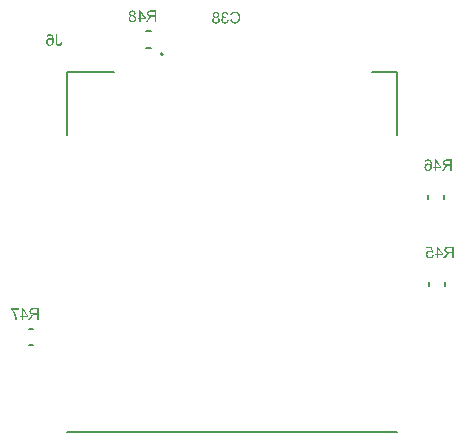
<source format=gbo>
G04*
G04 #@! TF.GenerationSoftware,Altium Limited,Altium Designer,20.0.14 (345)*
G04*
G04 Layer_Color=32896*
%FSLAX25Y25*%
%MOIN*%
G70*
G01*
G75*
%ADD10C,0.00787*%
%ADD16C,0.00800*%
G36*
X92330Y135849D02*
X91820D01*
Y137553D01*
X91165D01*
X91104Y137547D01*
X91059D01*
X91020Y137541D01*
X90993Y137536D01*
X90970D01*
X90959Y137530D01*
X90954D01*
X90865Y137503D01*
X90826Y137486D01*
X90793Y137469D01*
X90759Y137453D01*
X90737Y137442D01*
X90726Y137436D01*
X90721Y137431D01*
X90676Y137397D01*
X90632Y137358D01*
X90549Y137275D01*
X90510Y137236D01*
X90482Y137203D01*
X90465Y137181D01*
X90460Y137175D01*
X90404Y137098D01*
X90343Y137014D01*
X90282Y136925D01*
X90221Y136842D01*
X90171Y136765D01*
X90132Y136703D01*
X90116Y136681D01*
X90105Y136665D01*
X90093Y136653D01*
Y136648D01*
X89588Y135849D01*
X88956D01*
X89616Y136892D01*
X89694Y137003D01*
X89766Y137103D01*
X89838Y137186D01*
X89899Y137264D01*
X89955Y137320D01*
X89999Y137364D01*
X90027Y137392D01*
X90038Y137403D01*
X90082Y137436D01*
X90132Y137475D01*
X90232Y137536D01*
X90277Y137558D01*
X90310Y137580D01*
X90332Y137591D01*
X90343Y137597D01*
X90243Y137614D01*
X90149Y137630D01*
X90066Y137658D01*
X89982Y137680D01*
X89910Y137708D01*
X89844Y137741D01*
X89783Y137769D01*
X89727Y137797D01*
X89683Y137830D01*
X89638Y137858D01*
X89605Y137880D01*
X89577Y137902D01*
X89555Y137919D01*
X89539Y137935D01*
X89533Y137941D01*
X89527Y137947D01*
X89483Y138002D01*
X89439Y138058D01*
X89372Y138174D01*
X89328Y138291D01*
X89294Y138402D01*
X89272Y138496D01*
X89267Y138535D01*
Y138574D01*
X89261Y138602D01*
Y138624D01*
Y138635D01*
Y138640D01*
X89267Y138757D01*
X89283Y138862D01*
X89311Y138962D01*
X89339Y139046D01*
X89372Y139118D01*
X89394Y139173D01*
X89416Y139207D01*
X89422Y139212D01*
Y139218D01*
X89489Y139306D01*
X89555Y139384D01*
X89627Y139451D01*
X89694Y139501D01*
X89755Y139540D01*
X89805Y139562D01*
X89838Y139578D01*
X89844Y139584D01*
X89849D01*
X89899Y139601D01*
X89960Y139617D01*
X90082Y139645D01*
X90216Y139662D01*
X90338Y139678D01*
X90454Y139684D01*
X90504D01*
X90549Y139689D01*
X92330D01*
Y135849D01*
D02*
G37*
G36*
X88817Y137203D02*
Y136770D01*
X87147D01*
Y135849D01*
X86675D01*
Y136770D01*
X86153D01*
Y137203D01*
X86675D01*
Y139689D01*
X87058D01*
X88817Y137203D01*
D02*
G37*
G36*
X84510Y139700D02*
X84599Y139695D01*
X84754Y139662D01*
X84827Y139639D01*
X84893Y139617D01*
X84954Y139589D01*
X85010Y139562D01*
X85054Y139534D01*
X85098Y139506D01*
X85137Y139484D01*
X85165Y139462D01*
X85187Y139445D01*
X85204Y139428D01*
X85215Y139423D01*
X85221Y139417D01*
X85271Y139362D01*
X85321Y139306D01*
X85359Y139245D01*
X85393Y139184D01*
X85448Y139068D01*
X85482Y138957D01*
X85504Y138862D01*
X85509Y138818D01*
X85515Y138785D01*
X85520Y138751D01*
Y138729D01*
Y138718D01*
Y138713D01*
X85515Y138613D01*
X85498Y138518D01*
X85476Y138435D01*
X85448Y138363D01*
X85426Y138307D01*
X85404Y138263D01*
X85387Y138241D01*
X85382Y138230D01*
X85321Y138163D01*
X85254Y138102D01*
X85182Y138047D01*
X85110Y138002D01*
X85043Y137969D01*
X84993Y137947D01*
X84971Y137935D01*
X84954Y137930D01*
X84949Y137924D01*
X84943D01*
X85071Y137886D01*
X85176Y137836D01*
X85271Y137775D01*
X85348Y137719D01*
X85409Y137664D01*
X85454Y137619D01*
X85476Y137591D01*
X85487Y137586D01*
Y137580D01*
X85548Y137480D01*
X85598Y137375D01*
X85631Y137275D01*
X85654Y137175D01*
X85665Y137086D01*
X85670Y137048D01*
Y137014D01*
X85676Y136992D01*
Y136970D01*
Y136959D01*
Y136953D01*
X85670Y136864D01*
X85659Y136776D01*
X85642Y136692D01*
X85620Y136609D01*
X85565Y136470D01*
X85537Y136404D01*
X85504Y136348D01*
X85470Y136293D01*
X85443Y136248D01*
X85409Y136209D01*
X85387Y136176D01*
X85365Y136148D01*
X85348Y136132D01*
X85337Y136121D01*
X85332Y136115D01*
X85265Y136054D01*
X85193Y136004D01*
X85115Y135960D01*
X85037Y135921D01*
X84965Y135893D01*
X84888Y135865D01*
X84738Y135827D01*
X84671Y135810D01*
X84610Y135799D01*
X84555Y135793D01*
X84505Y135788D01*
X84466Y135782D01*
X84410D01*
X84305Y135788D01*
X84210Y135799D01*
X84116Y135815D01*
X84027Y135832D01*
X83950Y135860D01*
X83872Y135888D01*
X83800Y135915D01*
X83739Y135949D01*
X83683Y135982D01*
X83633Y136010D01*
X83595Y136037D01*
X83556Y136065D01*
X83528Y136082D01*
X83511Y136099D01*
X83500Y136110D01*
X83495Y136115D01*
X83434Y136182D01*
X83378Y136248D01*
X83334Y136315D01*
X83295Y136387D01*
X83256Y136454D01*
X83228Y136526D01*
X83189Y136653D01*
X83173Y136714D01*
X83162Y136770D01*
X83156Y136820D01*
X83151Y136859D01*
X83145Y136892D01*
Y136920D01*
Y136936D01*
Y136942D01*
X83151Y137070D01*
X83173Y137186D01*
X83206Y137292D01*
X83239Y137381D01*
X83273Y137453D01*
X83306Y137508D01*
X83328Y137541D01*
X83334Y137547D01*
Y137553D01*
X83411Y137641D01*
X83495Y137719D01*
X83583Y137780D01*
X83667Y137836D01*
X83744Y137874D01*
X83811Y137902D01*
X83833Y137913D01*
X83850Y137919D01*
X83861Y137924D01*
X83866D01*
X83767Y137969D01*
X83683Y138019D01*
X83611Y138069D01*
X83550Y138119D01*
X83506Y138163D01*
X83472Y138196D01*
X83450Y138219D01*
X83445Y138230D01*
X83395Y138307D01*
X83361Y138385D01*
X83334Y138463D01*
X83317Y138540D01*
X83306Y138602D01*
X83300Y138652D01*
Y138685D01*
Y138690D01*
Y138696D01*
X83306Y138774D01*
X83311Y138846D01*
X83350Y138985D01*
X83400Y139107D01*
X83456Y139212D01*
X83511Y139295D01*
X83539Y139329D01*
X83561Y139362D01*
X83583Y139384D01*
X83600Y139401D01*
X83606Y139406D01*
X83611Y139412D01*
X83672Y139462D01*
X83733Y139512D01*
X83800Y139551D01*
X83866Y139584D01*
X84000Y139634D01*
X84133Y139667D01*
X84188Y139684D01*
X84244Y139689D01*
X84294Y139695D01*
X84338Y139700D01*
X84372Y139706D01*
X84421D01*
X84510Y139700D01*
D02*
G37*
G36*
X53160Y36600D02*
X52649D01*
Y38304D01*
X51994D01*
X51933Y38298D01*
X51889D01*
X51850Y38293D01*
X51822Y38287D01*
X51800D01*
X51789Y38282D01*
X51783D01*
X51695Y38254D01*
X51656Y38237D01*
X51622Y38221D01*
X51589Y38204D01*
X51567Y38193D01*
X51556Y38187D01*
X51550Y38182D01*
X51506Y38148D01*
X51461Y38110D01*
X51378Y38026D01*
X51339Y37988D01*
X51312Y37954D01*
X51295Y37932D01*
X51289Y37926D01*
X51234Y37849D01*
X51173Y37765D01*
X51112Y37677D01*
X51051Y37593D01*
X51001Y37516D01*
X50962Y37455D01*
X50945Y37433D01*
X50934Y37416D01*
X50923Y37405D01*
Y37399D01*
X50418Y36600D01*
X49785D01*
X50446Y37643D01*
X50524Y37754D01*
X50596Y37854D01*
X50668Y37938D01*
X50729Y38015D01*
X50784Y38071D01*
X50829Y38115D01*
X50857Y38143D01*
X50868Y38154D01*
X50912Y38187D01*
X50962Y38226D01*
X51062Y38287D01*
X51106Y38309D01*
X51140Y38332D01*
X51162Y38343D01*
X51173Y38348D01*
X51073Y38365D01*
X50979Y38381D01*
X50895Y38409D01*
X50812Y38432D01*
X50740Y38459D01*
X50673Y38493D01*
X50612Y38520D01*
X50557Y38548D01*
X50512Y38581D01*
X50468Y38609D01*
X50435Y38631D01*
X50407Y38653D01*
X50385Y38670D01*
X50368Y38687D01*
X50363Y38692D01*
X50357Y38698D01*
X50313Y38753D01*
X50268Y38809D01*
X50202Y38925D01*
X50157Y39042D01*
X50124Y39153D01*
X50102Y39247D01*
X50096Y39286D01*
Y39325D01*
X50091Y39353D01*
Y39375D01*
Y39386D01*
Y39392D01*
X50096Y39508D01*
X50113Y39614D01*
X50141Y39713D01*
X50168Y39797D01*
X50202Y39869D01*
X50224Y39924D01*
X50246Y39958D01*
X50252Y39963D01*
Y39969D01*
X50318Y40058D01*
X50385Y40135D01*
X50457Y40202D01*
X50524Y40252D01*
X50585Y40291D01*
X50635Y40313D01*
X50668Y40330D01*
X50673Y40335D01*
X50679D01*
X50729Y40352D01*
X50790Y40369D01*
X50912Y40396D01*
X51045Y40413D01*
X51167Y40429D01*
X51284Y40435D01*
X51334D01*
X51378Y40441D01*
X53160D01*
Y36600D01*
D02*
G37*
G36*
X49647Y37954D02*
Y37521D01*
X47976D01*
Y36600D01*
X47504D01*
Y37521D01*
X46983D01*
Y37954D01*
X47504D01*
Y40441D01*
X47887D01*
X49647Y37954D01*
D02*
G37*
G36*
X46466Y39936D02*
X44585D01*
X44718Y39775D01*
X44846Y39603D01*
X44957Y39436D01*
X45062Y39275D01*
X45107Y39203D01*
X45146Y39136D01*
X45184Y39075D01*
X45212Y39025D01*
X45234Y38981D01*
X45251Y38953D01*
X45262Y38931D01*
X45268Y38925D01*
X45379Y38703D01*
X45479Y38482D01*
X45562Y38271D01*
X45595Y38176D01*
X45628Y38082D01*
X45662Y37999D01*
X45684Y37921D01*
X45706Y37854D01*
X45723Y37799D01*
X45739Y37749D01*
X45751Y37716D01*
X45756Y37693D01*
Y37688D01*
X45812Y37460D01*
X45834Y37349D01*
X45851Y37249D01*
X45867Y37155D01*
X45884Y37061D01*
X45895Y36983D01*
X45906Y36905D01*
X45911Y36839D01*
X45917Y36778D01*
X45923Y36722D01*
Y36678D01*
X45928Y36644D01*
Y36622D01*
Y36606D01*
Y36600D01*
X45445D01*
X45429Y36811D01*
X45401Y37005D01*
X45373Y37183D01*
X45357Y37266D01*
X45340Y37344D01*
X45329Y37410D01*
X45312Y37471D01*
X45301Y37527D01*
X45290Y37571D01*
X45279Y37605D01*
X45273Y37632D01*
X45268Y37649D01*
Y37655D01*
X45184Y37910D01*
X45096Y38148D01*
X45051Y38265D01*
X45007Y38376D01*
X44957Y38476D01*
X44912Y38576D01*
X44874Y38665D01*
X44835Y38742D01*
X44802Y38809D01*
X44774Y38870D01*
X44746Y38920D01*
X44729Y38953D01*
X44718Y38975D01*
X44713Y38981D01*
X44646Y39097D01*
X44579Y39214D01*
X44513Y39320D01*
X44446Y39419D01*
X44385Y39508D01*
X44324Y39597D01*
X44263Y39675D01*
X44213Y39741D01*
X44163Y39808D01*
X44119Y39863D01*
X44074Y39908D01*
X44041Y39947D01*
X44019Y39980D01*
X43997Y40002D01*
X43986Y40013D01*
X43980Y40019D01*
Y40391D01*
X46466D01*
Y39936D01*
D02*
G37*
G36*
X183041Y90031D02*
X183147Y90020D01*
X183247Y89998D01*
X183341Y89970D01*
X183424Y89932D01*
X183507Y89898D01*
X183580Y89854D01*
X183646Y89815D01*
X183702Y89776D01*
X183757Y89732D01*
X183802Y89698D01*
X183835Y89665D01*
X183863Y89632D01*
X183885Y89610D01*
X183896Y89599D01*
X183902Y89593D01*
X183974Y89493D01*
X184035Y89377D01*
X184090Y89254D01*
X184140Y89127D01*
X184179Y88994D01*
X184212Y88860D01*
X184240Y88722D01*
X184262Y88594D01*
X184279Y88466D01*
X184290Y88350D01*
X184301Y88244D01*
X184307Y88156D01*
Y88078D01*
X184312Y88022D01*
Y88000D01*
Y87984D01*
Y87978D01*
Y87972D01*
X184307Y87795D01*
X184296Y87628D01*
X184279Y87473D01*
X184251Y87329D01*
X184223Y87201D01*
X184196Y87085D01*
X184162Y86979D01*
X184124Y86885D01*
X184090Y86807D01*
X184057Y86735D01*
X184029Y86679D01*
X183996Y86629D01*
X183974Y86590D01*
X183957Y86568D01*
X183946Y86552D01*
X183940Y86546D01*
X183868Y86468D01*
X183791Y86402D01*
X183713Y86346D01*
X183635Y86296D01*
X183552Y86252D01*
X183474Y86219D01*
X183396Y86191D01*
X183319Y86169D01*
X183252Y86152D01*
X183186Y86135D01*
X183130Y86124D01*
X183080Y86119D01*
X183036D01*
X183008Y86113D01*
X182980D01*
X182852Y86119D01*
X182736Y86141D01*
X182631Y86163D01*
X182536Y86197D01*
X182464Y86224D01*
X182408Y86252D01*
X182386Y86257D01*
X182370Y86269D01*
X182364Y86274D01*
X182359D01*
X182264Y86341D01*
X182176Y86418D01*
X182103Y86496D01*
X182042Y86574D01*
X181992Y86646D01*
X181959Y86702D01*
X181948Y86724D01*
X181937Y86740D01*
X181931Y86746D01*
Y86752D01*
X181876Y86868D01*
X181837Y86990D01*
X181809Y87101D01*
X181792Y87207D01*
X181776Y87295D01*
Y87329D01*
X181770Y87362D01*
Y87390D01*
Y87406D01*
Y87418D01*
Y87423D01*
X181776Y87523D01*
X181787Y87617D01*
X181804Y87712D01*
X181820Y87795D01*
X181848Y87873D01*
X181876Y87950D01*
X181904Y88017D01*
X181937Y88078D01*
X181970Y88133D01*
X181998Y88183D01*
X182026Y88222D01*
X182053Y88261D01*
X182070Y88289D01*
X182087Y88305D01*
X182098Y88317D01*
X182103Y88322D01*
X182164Y88383D01*
X182231Y88439D01*
X182303Y88483D01*
X182370Y88522D01*
X182436Y88561D01*
X182503Y88589D01*
X182631Y88627D01*
X182686Y88644D01*
X182742Y88655D01*
X182786Y88661D01*
X182830Y88666D01*
X182864Y88672D01*
X182908D01*
X183008Y88666D01*
X183102Y88650D01*
X183191Y88633D01*
X183269Y88611D01*
X183335Y88583D01*
X183385Y88566D01*
X183419Y88550D01*
X183424Y88544D01*
X183430D01*
X183519Y88489D01*
X183596Y88428D01*
X183668Y88367D01*
X183724Y88300D01*
X183774Y88244D01*
X183813Y88200D01*
X183835Y88167D01*
X183841Y88161D01*
Y88261D01*
X183835Y88361D01*
X183829Y88450D01*
X183818Y88539D01*
X183813Y88616D01*
X183802Y88688D01*
X183791Y88755D01*
X183774Y88816D01*
X183763Y88872D01*
X183752Y88916D01*
X183741Y88955D01*
X183735Y88988D01*
X183724Y89010D01*
X183718Y89027D01*
X183713Y89038D01*
Y89044D01*
X183657Y89155D01*
X183602Y89254D01*
X183541Y89332D01*
X183485Y89399D01*
X183435Y89454D01*
X183396Y89493D01*
X183369Y89515D01*
X183358Y89521D01*
X183291Y89565D01*
X183224Y89593D01*
X183158Y89615D01*
X183091Y89632D01*
X183041Y89643D01*
X182997Y89649D01*
X182958D01*
X182858Y89638D01*
X182764Y89615D01*
X182686Y89582D01*
X182614Y89549D01*
X182558Y89510D01*
X182520Y89477D01*
X182497Y89454D01*
X182486Y89443D01*
X182447Y89393D01*
X182408Y89332D01*
X182375Y89266D01*
X182353Y89199D01*
X182331Y89138D01*
X182314Y89088D01*
X182309Y89055D01*
X182303Y89049D01*
Y89044D01*
X181831Y89082D01*
X181865Y89238D01*
X181915Y89377D01*
X181970Y89499D01*
X182031Y89599D01*
X182092Y89676D01*
X182114Y89710D01*
X182142Y89737D01*
X182159Y89754D01*
X182176Y89771D01*
X182181Y89776D01*
X182187Y89782D01*
X182242Y89826D01*
X182303Y89865D01*
X182425Y89932D01*
X182547Y89976D01*
X182664Y90004D01*
X182769Y90026D01*
X182814Y90031D01*
X182852D01*
X182886Y90037D01*
X182930D01*
X183041Y90031D01*
D02*
G37*
G36*
X190950Y86180D02*
X190439D01*
Y87884D01*
X189785D01*
X189724Y87878D01*
X189679D01*
X189640Y87873D01*
X189612Y87867D01*
X189590D01*
X189579Y87862D01*
X189574D01*
X189485Y87834D01*
X189446Y87817D01*
X189413Y87800D01*
X189379Y87784D01*
X189357Y87773D01*
X189346Y87767D01*
X189340Y87762D01*
X189296Y87728D01*
X189252Y87689D01*
X189169Y87606D01*
X189130Y87567D01*
X189102Y87534D01*
X189085Y87512D01*
X189080Y87506D01*
X189024Y87429D01*
X188963Y87345D01*
X188902Y87256D01*
X188841Y87173D01*
X188791Y87096D01*
X188752Y87034D01*
X188735Y87012D01*
X188725Y86996D01*
X188713Y86985D01*
Y86979D01*
X188208Y86180D01*
X187576D01*
X188236Y87223D01*
X188314Y87334D01*
X188386Y87434D01*
X188458Y87517D01*
X188519Y87595D01*
X188575Y87651D01*
X188619Y87695D01*
X188647Y87723D01*
X188658Y87734D01*
X188702Y87767D01*
X188752Y87806D01*
X188852Y87867D01*
X188897Y87889D01*
X188930Y87911D01*
X188952Y87923D01*
X188963Y87928D01*
X188863Y87945D01*
X188769Y87961D01*
X188686Y87989D01*
X188602Y88011D01*
X188530Y88039D01*
X188464Y88072D01*
X188402Y88100D01*
X188347Y88128D01*
X188303Y88161D01*
X188258Y88189D01*
X188225Y88211D01*
X188197Y88233D01*
X188175Y88250D01*
X188158Y88267D01*
X188153Y88272D01*
X188147Y88278D01*
X188103Y88333D01*
X188058Y88389D01*
X187992Y88505D01*
X187947Y88622D01*
X187914Y88733D01*
X187892Y88827D01*
X187886Y88866D01*
Y88905D01*
X187881Y88933D01*
Y88955D01*
Y88966D01*
Y88972D01*
X187886Y89088D01*
X187903Y89193D01*
X187931Y89293D01*
X187959Y89377D01*
X187992Y89449D01*
X188014Y89504D01*
X188036Y89538D01*
X188042Y89543D01*
Y89549D01*
X188108Y89638D01*
X188175Y89715D01*
X188247Y89782D01*
X188314Y89832D01*
X188375Y89871D01*
X188425Y89893D01*
X188458Y89909D01*
X188464Y89915D01*
X188469D01*
X188519Y89932D01*
X188580Y89948D01*
X188702Y89976D01*
X188835Y89993D01*
X188958Y90009D01*
X189074Y90015D01*
X189124D01*
X189169Y90020D01*
X190950D01*
Y86180D01*
D02*
G37*
G36*
X187437Y87534D02*
Y87101D01*
X185766D01*
Y86180D01*
X185295D01*
Y87101D01*
X184773D01*
Y87534D01*
X185295D01*
Y90020D01*
X185678D01*
X187437Y87534D01*
D02*
G37*
G36*
X184737Y58895D02*
X184293Y58834D01*
X184254Y58895D01*
X184204Y58945D01*
X184160Y58995D01*
X184115Y59034D01*
X184071Y59061D01*
X184037Y59089D01*
X184015Y59100D01*
X184010Y59106D01*
X183938Y59139D01*
X183865Y59167D01*
X183799Y59184D01*
X183732Y59200D01*
X183677Y59206D01*
X183632Y59211D01*
X183527D01*
X183460Y59200D01*
X183344Y59172D01*
X183244Y59134D01*
X183155Y59095D01*
X183088Y59050D01*
X183038Y59012D01*
X183011Y58984D01*
X183000Y58978D01*
Y58973D01*
X182922Y58878D01*
X182866Y58779D01*
X182827Y58673D01*
X182800Y58568D01*
X182783Y58479D01*
X182778Y58440D01*
Y58407D01*
X182772Y58379D01*
Y58357D01*
Y58346D01*
Y58340D01*
Y58262D01*
X182783Y58190D01*
X182811Y58051D01*
X182850Y57935D01*
X182889Y57841D01*
X182933Y57763D01*
X182972Y57702D01*
X182989Y57685D01*
X183000Y57669D01*
X183005Y57663D01*
X183011Y57657D01*
X183055Y57613D01*
X183099Y57574D01*
X183199Y57507D01*
X183294Y57463D01*
X183388Y57435D01*
X183466Y57413D01*
X183532Y57408D01*
X183555Y57402D01*
X183588D01*
X183693Y57408D01*
X183788Y57430D01*
X183871Y57458D01*
X183938Y57491D01*
X183999Y57524D01*
X184043Y57552D01*
X184065Y57574D01*
X184076Y57580D01*
X184143Y57657D01*
X184198Y57741D01*
X184243Y57835D01*
X184276Y57918D01*
X184298Y58002D01*
X184315Y58062D01*
X184320Y58090D01*
X184326Y58107D01*
Y58118D01*
Y58124D01*
X184820Y58085D01*
X184809Y57996D01*
X184792Y57913D01*
X184742Y57757D01*
X184681Y57624D01*
X184648Y57563D01*
X184615Y57513D01*
X184587Y57463D01*
X184554Y57419D01*
X184526Y57385D01*
X184498Y57358D01*
X184476Y57336D01*
X184465Y57313D01*
X184454Y57308D01*
X184448Y57302D01*
X184381Y57252D01*
X184315Y57208D01*
X184243Y57169D01*
X184171Y57136D01*
X184032Y57086D01*
X183893Y57052D01*
X183832Y57036D01*
X183771Y57030D01*
X183721Y57025D01*
X183677Y57019D01*
X183638Y57014D01*
X183588D01*
X183471Y57019D01*
X183360Y57036D01*
X183255Y57058D01*
X183160Y57086D01*
X183072Y57125D01*
X182989Y57163D01*
X182911Y57202D01*
X182844Y57247D01*
X182783Y57291D01*
X182728Y57330D01*
X182683Y57374D01*
X182644Y57408D01*
X182617Y57435D01*
X182595Y57458D01*
X182583Y57474D01*
X182578Y57480D01*
X182522Y57552D01*
X182478Y57630D01*
X182433Y57702D01*
X182400Y57780D01*
X182345Y57929D01*
X182311Y58074D01*
X182300Y58135D01*
X182289Y58196D01*
X182284Y58246D01*
X182278Y58290D01*
X182273Y58329D01*
Y58357D01*
Y58373D01*
Y58379D01*
X182278Y58479D01*
X182289Y58573D01*
X182306Y58667D01*
X182328Y58751D01*
X182356Y58828D01*
X182384Y58906D01*
X182417Y58973D01*
X182445Y59034D01*
X182478Y59089D01*
X182511Y59139D01*
X182539Y59178D01*
X182567Y59217D01*
X182589Y59245D01*
X182606Y59261D01*
X182617Y59272D01*
X182622Y59278D01*
X182689Y59339D01*
X182755Y59395D01*
X182827Y59439D01*
X182900Y59478D01*
X182972Y59517D01*
X183044Y59544D01*
X183177Y59583D01*
X183238Y59600D01*
X183294Y59611D01*
X183344Y59617D01*
X183388Y59622D01*
X183421Y59628D01*
X183544D01*
X183610Y59617D01*
X183743Y59589D01*
X183865Y59550D01*
X183976Y59505D01*
X184065Y59461D01*
X184104Y59439D01*
X184137Y59422D01*
X184165Y59406D01*
X184182Y59395D01*
X184193Y59389D01*
X184198Y59383D01*
X183993Y60421D01*
X182456D01*
Y60871D01*
X184365D01*
X184737Y58895D01*
D02*
G37*
G36*
X191480Y57080D02*
X190969D01*
Y58784D01*
X190314D01*
X190253Y58779D01*
X190209D01*
X190170Y58773D01*
X190143Y58767D01*
X190120D01*
X190109Y58762D01*
X190104D01*
X190015Y58734D01*
X189976Y58717D01*
X189943Y58701D01*
X189909Y58684D01*
X189887Y58673D01*
X189876Y58667D01*
X189871Y58662D01*
X189826Y58629D01*
X189782Y58590D01*
X189699Y58507D01*
X189660Y58468D01*
X189632Y58434D01*
X189615Y58412D01*
X189610Y58407D01*
X189554Y58329D01*
X189493Y58246D01*
X189432Y58157D01*
X189371Y58074D01*
X189321Y57996D01*
X189282Y57935D01*
X189266Y57913D01*
X189254Y57896D01*
X189243Y57885D01*
Y57879D01*
X188738Y57080D01*
X188106D01*
X188766Y58124D01*
X188844Y58235D01*
X188916Y58334D01*
X188988Y58418D01*
X189049Y58495D01*
X189105Y58551D01*
X189149Y58595D01*
X189177Y58623D01*
X189188Y58634D01*
X189232Y58667D01*
X189282Y58706D01*
X189382Y58767D01*
X189427Y58790D01*
X189460Y58812D01*
X189482Y58823D01*
X189493Y58828D01*
X189393Y58845D01*
X189299Y58862D01*
X189216Y58890D01*
X189132Y58912D01*
X189060Y58939D01*
X188994Y58973D01*
X188933Y59000D01*
X188877Y59028D01*
X188833Y59061D01*
X188788Y59089D01*
X188755Y59111D01*
X188727Y59134D01*
X188705Y59150D01*
X188688Y59167D01*
X188683Y59172D01*
X188677Y59178D01*
X188633Y59234D01*
X188588Y59289D01*
X188522Y59406D01*
X188477Y59522D01*
X188444Y59633D01*
X188422Y59728D01*
X188416Y59766D01*
Y59805D01*
X188411Y59833D01*
Y59855D01*
Y59866D01*
Y59872D01*
X188416Y59988D01*
X188433Y60094D01*
X188461Y60194D01*
X188489Y60277D01*
X188522Y60349D01*
X188544Y60405D01*
X188566Y60438D01*
X188572Y60444D01*
Y60449D01*
X188638Y60538D01*
X188705Y60615D01*
X188777Y60682D01*
X188844Y60732D01*
X188905Y60771D01*
X188955Y60793D01*
X188988Y60810D01*
X188994Y60815D01*
X188999D01*
X189049Y60832D01*
X189110Y60849D01*
X189232Y60876D01*
X189365Y60893D01*
X189488Y60910D01*
X189604Y60915D01*
X189654D01*
X189699Y60921D01*
X191480D01*
Y57080D01*
D02*
G37*
G36*
X187967Y58434D02*
Y58002D01*
X186296D01*
Y57080D01*
X185825D01*
Y58002D01*
X185303D01*
Y58434D01*
X185825D01*
Y60921D01*
X186207D01*
X187967Y58434D01*
D02*
G37*
G36*
X56930Y131765D02*
X57035Y131754D01*
X57135Y131732D01*
X57230Y131704D01*
X57313Y131665D01*
X57396Y131632D01*
X57468Y131588D01*
X57535Y131549D01*
X57590Y131510D01*
X57646Y131465D01*
X57690Y131432D01*
X57723Y131399D01*
X57751Y131366D01*
X57774Y131343D01*
X57785Y131332D01*
X57790Y131327D01*
X57862Y131227D01*
X57923Y131110D01*
X57979Y130988D01*
X58029Y130861D01*
X58068Y130727D01*
X58101Y130594D01*
X58129Y130455D01*
X58151Y130328D01*
X58167Y130200D01*
X58179Y130084D01*
X58190Y129978D01*
X58195Y129889D01*
Y129812D01*
X58201Y129756D01*
Y129734D01*
Y129717D01*
Y129712D01*
Y129706D01*
X58195Y129529D01*
X58184Y129362D01*
X58167Y129207D01*
X58140Y129062D01*
X58112Y128935D01*
X58084Y128818D01*
X58051Y128713D01*
X58012Y128618D01*
X57979Y128541D01*
X57946Y128469D01*
X57918Y128413D01*
X57885Y128363D01*
X57862Y128324D01*
X57846Y128302D01*
X57835Y128285D01*
X57829Y128280D01*
X57757Y128202D01*
X57679Y128136D01*
X57601Y128080D01*
X57524Y128030D01*
X57440Y127986D01*
X57363Y127952D01*
X57285Y127925D01*
X57207Y127902D01*
X57141Y127886D01*
X57074Y127869D01*
X57019Y127858D01*
X56969Y127852D01*
X56924D01*
X56897Y127847D01*
X56869D01*
X56741Y127852D01*
X56625Y127875D01*
X56519Y127897D01*
X56425Y127930D01*
X56353Y127958D01*
X56297Y127986D01*
X56275Y127991D01*
X56258Y128002D01*
X56253Y128008D01*
X56247D01*
X56153Y128075D01*
X56064Y128152D01*
X55992Y128230D01*
X55931Y128308D01*
X55881Y128380D01*
X55848Y128435D01*
X55836Y128457D01*
X55825Y128474D01*
X55820Y128480D01*
Y128485D01*
X55764Y128602D01*
X55726Y128724D01*
X55698Y128835D01*
X55681Y128940D01*
X55664Y129029D01*
Y129062D01*
X55659Y129096D01*
Y129123D01*
Y129140D01*
Y129151D01*
Y129157D01*
X55664Y129257D01*
X55676Y129351D01*
X55692Y129445D01*
X55709Y129529D01*
X55737Y129606D01*
X55764Y129684D01*
X55792Y129751D01*
X55825Y129812D01*
X55859Y129867D01*
X55887Y129917D01*
X55914Y129956D01*
X55942Y129995D01*
X55959Y130023D01*
X55975Y130039D01*
X55986Y130050D01*
X55992Y130056D01*
X56053Y130117D01*
X56120Y130172D01*
X56192Y130217D01*
X56258Y130256D01*
X56325Y130295D01*
X56392Y130322D01*
X56519Y130361D01*
X56575Y130378D01*
X56630Y130389D01*
X56674Y130394D01*
X56719Y130400D01*
X56752Y130405D01*
X56797D01*
X56897Y130400D01*
X56991Y130383D01*
X57080Y130367D01*
X57157Y130344D01*
X57224Y130317D01*
X57274Y130300D01*
X57307Y130283D01*
X57313Y130278D01*
X57318D01*
X57407Y130222D01*
X57485Y130161D01*
X57557Y130100D01*
X57613Y130034D01*
X57662Y129978D01*
X57701Y129934D01*
X57723Y129900D01*
X57729Y129895D01*
Y129995D01*
X57723Y130095D01*
X57718Y130183D01*
X57707Y130272D01*
X57701Y130350D01*
X57690Y130422D01*
X57679Y130489D01*
X57662Y130550D01*
X57651Y130605D01*
X57640Y130650D01*
X57629Y130689D01*
X57624Y130722D01*
X57613Y130744D01*
X57607Y130761D01*
X57601Y130772D01*
Y130777D01*
X57546Y130888D01*
X57490Y130988D01*
X57429Y131066D01*
X57374Y131132D01*
X57324Y131188D01*
X57285Y131227D01*
X57257Y131249D01*
X57246Y131255D01*
X57180Y131299D01*
X57113Y131327D01*
X57046Y131349D01*
X56980Y131366D01*
X56930Y131377D01*
X56885Y131382D01*
X56847D01*
X56747Y131371D01*
X56652Y131349D01*
X56575Y131316D01*
X56502Y131282D01*
X56447Y131244D01*
X56408Y131210D01*
X56386Y131188D01*
X56375Y131177D01*
X56336Y131127D01*
X56297Y131066D01*
X56264Y130999D01*
X56242Y130933D01*
X56219Y130872D01*
X56203Y130822D01*
X56197Y130788D01*
X56192Y130783D01*
Y130777D01*
X55720Y130816D01*
X55753Y130972D01*
X55803Y131110D01*
X55859Y131232D01*
X55920Y131332D01*
X55981Y131410D01*
X56003Y131443D01*
X56031Y131471D01*
X56047Y131488D01*
X56064Y131504D01*
X56070Y131510D01*
X56075Y131516D01*
X56131Y131560D01*
X56192Y131599D01*
X56314Y131665D01*
X56436Y131710D01*
X56552Y131737D01*
X56658Y131760D01*
X56702Y131765D01*
X56741D01*
X56774Y131771D01*
X56819D01*
X56930Y131765D01*
D02*
G37*
G36*
X59327Y129107D02*
Y128990D01*
X59338Y128890D01*
X59344Y128807D01*
X59355Y128741D01*
X59366Y128691D01*
X59372Y128652D01*
X59383Y128630D01*
Y128624D01*
X59405Y128568D01*
X59433Y128524D01*
X59466Y128485D01*
X59494Y128446D01*
X59527Y128424D01*
X59549Y128402D01*
X59566Y128391D01*
X59572Y128385D01*
X59627Y128358D01*
X59683Y128335D01*
X59738Y128324D01*
X59788Y128313D01*
X59838Y128308D01*
X59871Y128302D01*
X59905D01*
X59993Y128308D01*
X60077Y128330D01*
X60143Y128352D01*
X60204Y128385D01*
X60249Y128413D01*
X60282Y128441D01*
X60304Y128457D01*
X60310Y128463D01*
X60338Y128496D01*
X60360Y128535D01*
X60393Y128624D01*
X60426Y128724D01*
X60443Y128824D01*
X60460Y128918D01*
Y128957D01*
X60465Y128990D01*
X60471Y129024D01*
Y129046D01*
Y129057D01*
Y129062D01*
X60931Y128996D01*
Y128890D01*
X60926Y128796D01*
X60909Y128702D01*
X60898Y128618D01*
X60876Y128541D01*
X60854Y128474D01*
X60831Y128408D01*
X60809Y128352D01*
X60782Y128302D01*
X60759Y128258D01*
X60737Y128219D01*
X60715Y128191D01*
X60698Y128169D01*
X60687Y128147D01*
X60682Y128141D01*
X60676Y128136D01*
X60621Y128086D01*
X60565Y128041D01*
X60504Y128002D01*
X60438Y127969D01*
X60310Y127919D01*
X60188Y127886D01*
X60071Y127864D01*
X60027Y127858D01*
X59982Y127852D01*
X59949Y127847D01*
X59899D01*
X59777Y127852D01*
X59666Y127869D01*
X59566Y127891D01*
X59477Y127919D01*
X59405Y127941D01*
X59355Y127963D01*
X59322Y127980D01*
X59311Y127986D01*
X59222Y128041D01*
X59144Y128108D01*
X59083Y128174D01*
X59028Y128235D01*
X58989Y128296D01*
X58961Y128341D01*
X58944Y128374D01*
X58939Y128380D01*
Y128385D01*
X58900Y128496D01*
X58867Y128613D01*
X58845Y128741D01*
X58833Y128863D01*
X58822Y128968D01*
Y129012D01*
X58817Y129057D01*
Y129090D01*
Y129112D01*
Y129129D01*
Y129135D01*
Y131754D01*
X59327D01*
Y129107D01*
D02*
G37*
G36*
X115483Y139196D02*
X115633Y139168D01*
X115761Y139124D01*
X115872Y139080D01*
X115922Y139052D01*
X115961Y139030D01*
X116000Y139007D01*
X116027Y138985D01*
X116050Y138969D01*
X116066Y138958D01*
X116077Y138952D01*
X116083Y138946D01*
X116188Y138841D01*
X116272Y138724D01*
X116338Y138602D01*
X116394Y138480D01*
X116427Y138375D01*
X116444Y138330D01*
X116455Y138292D01*
X116460Y138258D01*
X116466Y138236D01*
X116471Y138219D01*
Y138214D01*
X116000Y138130D01*
X115977Y138253D01*
X115944Y138358D01*
X115905Y138447D01*
X115866Y138519D01*
X115828Y138575D01*
X115794Y138613D01*
X115772Y138641D01*
X115767Y138647D01*
X115694Y138702D01*
X115617Y138747D01*
X115544Y138774D01*
X115472Y138797D01*
X115406Y138808D01*
X115356Y138819D01*
X115311D01*
X115211Y138813D01*
X115123Y138791D01*
X115045Y138763D01*
X114978Y138735D01*
X114928Y138702D01*
X114890Y138674D01*
X114862Y138652D01*
X114856Y138647D01*
X114795Y138580D01*
X114751Y138508D01*
X114723Y138436D01*
X114701Y138369D01*
X114690Y138308D01*
X114679Y138264D01*
Y138230D01*
Y138225D01*
Y138219D01*
Y138158D01*
X114690Y138103D01*
X114718Y138008D01*
X114756Y137925D01*
X114801Y137853D01*
X114845Y137803D01*
X114884Y137764D01*
X114912Y137742D01*
X114917Y137736D01*
X114923D01*
X115017Y137687D01*
X115106Y137648D01*
X115200Y137620D01*
X115284Y137603D01*
X115356Y137592D01*
X115417Y137581D01*
X115489D01*
X115511Y137587D01*
X115539D01*
X115594Y137170D01*
X115522Y137187D01*
X115456Y137198D01*
X115400Y137209D01*
X115350Y137215D01*
X115311Y137220D01*
X115261D01*
X115145Y137209D01*
X115040Y137187D01*
X114945Y137154D01*
X114867Y137115D01*
X114806Y137076D01*
X114762Y137043D01*
X114734Y137021D01*
X114723Y137009D01*
X114651Y136926D01*
X114595Y136837D01*
X114557Y136749D01*
X114534Y136660D01*
X114518Y136588D01*
X114512Y136527D01*
X114507Y136504D01*
Y136488D01*
Y136477D01*
Y136471D01*
X114518Y136349D01*
X114546Y136238D01*
X114579Y136144D01*
X114623Y136060D01*
X114668Y135994D01*
X114701Y135944D01*
X114729Y135910D01*
X114740Y135899D01*
X114829Y135822D01*
X114923Y135766D01*
X115017Y135727D01*
X115106Y135700D01*
X115184Y135683D01*
X115245Y135677D01*
X115267Y135672D01*
X115300D01*
X115400Y135677D01*
X115495Y135700D01*
X115578Y135727D01*
X115644Y135761D01*
X115700Y135788D01*
X115744Y135816D01*
X115767Y135838D01*
X115778Y135844D01*
X115844Y135922D01*
X115900Y136010D01*
X115950Y136105D01*
X115989Y136205D01*
X116016Y136288D01*
X116027Y136327D01*
X116033Y136360D01*
X116039Y136388D01*
X116044Y136410D01*
X116050Y136421D01*
Y136427D01*
X116521Y136366D01*
X116510Y136277D01*
X116494Y136194D01*
X116444Y136038D01*
X116383Y135905D01*
X116349Y135849D01*
X116316Y135794D01*
X116283Y135744D01*
X116249Y135705D01*
X116222Y135666D01*
X116194Y135639D01*
X116177Y135616D01*
X116161Y135600D01*
X116149Y135589D01*
X116144Y135583D01*
X116077Y135533D01*
X116011Y135483D01*
X115944Y135444D01*
X115872Y135411D01*
X115733Y135355D01*
X115600Y135322D01*
X115539Y135311D01*
X115483Y135300D01*
X115434Y135294D01*
X115389Y135289D01*
X115356Y135283D01*
X115306D01*
X115200Y135289D01*
X115106Y135300D01*
X115012Y135317D01*
X114923Y135339D01*
X114840Y135367D01*
X114768Y135394D01*
X114695Y135428D01*
X114634Y135461D01*
X114573Y135489D01*
X114523Y135522D01*
X114479Y135550D01*
X114446Y135577D01*
X114418Y135600D01*
X114396Y135616D01*
X114385Y135627D01*
X114379Y135633D01*
X114312Y135700D01*
X114257Y135772D01*
X114207Y135844D01*
X114163Y135916D01*
X114129Y135983D01*
X114096Y136055D01*
X114052Y136188D01*
X114041Y136249D01*
X114029Y136305D01*
X114018Y136354D01*
X114013Y136399D01*
X114007Y136432D01*
Y136460D01*
Y136477D01*
Y136482D01*
X114013Y136615D01*
X114035Y136738D01*
X114068Y136843D01*
X114102Y136932D01*
X114135Y137004D01*
X114168Y137059D01*
X114190Y137093D01*
X114196Y137104D01*
X114274Y137187D01*
X114357Y137259D01*
X114446Y137315D01*
X114534Y137359D01*
X114612Y137392D01*
X114673Y137415D01*
X114695Y137420D01*
X114712Y137426D01*
X114723Y137431D01*
X114729D01*
X114634Y137481D01*
X114557Y137531D01*
X114490Y137587D01*
X114435Y137637D01*
X114390Y137681D01*
X114357Y137720D01*
X114340Y137742D01*
X114335Y137753D01*
X114290Y137831D01*
X114257Y137908D01*
X114229Y137986D01*
X114213Y138058D01*
X114201Y138119D01*
X114196Y138164D01*
Y138197D01*
Y138208D01*
X114201Y138303D01*
X114218Y138397D01*
X114240Y138480D01*
X114268Y138552D01*
X114296Y138613D01*
X114318Y138663D01*
X114335Y138691D01*
X114340Y138702D01*
X114396Y138785D01*
X114462Y138858D01*
X114529Y138919D01*
X114595Y138974D01*
X114651Y139013D01*
X114701Y139046D01*
X114734Y139063D01*
X114740Y139068D01*
X114745D01*
X114845Y139113D01*
X114945Y139146D01*
X115045Y139174D01*
X115134Y139191D01*
X115206Y139202D01*
X115267Y139207D01*
X115406D01*
X115483Y139196D01*
D02*
G37*
G36*
X118730Y139246D02*
X118908Y139218D01*
X119063Y139185D01*
X119135Y139163D01*
X119202Y139141D01*
X119263Y139119D01*
X119318Y139096D01*
X119363Y139080D01*
X119407Y139063D01*
X119435Y139046D01*
X119457Y139035D01*
X119474Y139030D01*
X119480Y139024D01*
X119629Y138930D01*
X119757Y138819D01*
X119868Y138708D01*
X119962Y138597D01*
X120035Y138497D01*
X120062Y138452D01*
X120084Y138414D01*
X120107Y138386D01*
X120118Y138364D01*
X120123Y138347D01*
X120129Y138341D01*
X120206Y138169D01*
X120262Y137992D01*
X120301Y137814D01*
X120329Y137653D01*
X120340Y137581D01*
X120345Y137509D01*
X120351Y137453D01*
Y137398D01*
X120356Y137359D01*
Y137326D01*
Y137304D01*
Y137298D01*
X120345Y137098D01*
X120323Y136904D01*
X120295Y136732D01*
X120273Y136649D01*
X120256Y136576D01*
X120240Y136510D01*
X120218Y136449D01*
X120201Y136393D01*
X120190Y136349D01*
X120173Y136316D01*
X120168Y136288D01*
X120157Y136271D01*
Y136266D01*
X120073Y136099D01*
X119979Y135949D01*
X119879Y135822D01*
X119829Y135772D01*
X119785Y135722D01*
X119740Y135677D01*
X119696Y135639D01*
X119657Y135605D01*
X119624Y135583D01*
X119602Y135561D01*
X119579Y135544D01*
X119568Y135539D01*
X119563Y135533D01*
X119485Y135489D01*
X119407Y135450D01*
X119241Y135389D01*
X119074Y135345D01*
X118913Y135317D01*
X118836Y135306D01*
X118769Y135294D01*
X118708Y135289D01*
X118658D01*
X118614Y135283D01*
X118553D01*
X118442Y135289D01*
X118336Y135300D01*
X118236Y135311D01*
X118142Y135333D01*
X118053Y135361D01*
X117970Y135389D01*
X117892Y135417D01*
X117820Y135450D01*
X117759Y135478D01*
X117698Y135505D01*
X117654Y135533D01*
X117609Y135561D01*
X117581Y135583D01*
X117554Y135594D01*
X117543Y135605D01*
X117537Y135611D01*
X117459Y135677D01*
X117393Y135744D01*
X117332Y135822D01*
X117271Y135899D01*
X117171Y136055D01*
X117093Y136210D01*
X117060Y136282D01*
X117032Y136349D01*
X117010Y136410D01*
X116993Y136460D01*
X116976Y136504D01*
X116965Y136538D01*
X116960Y136560D01*
Y136565D01*
X117470Y136693D01*
X117493Y136604D01*
X117520Y136521D01*
X117548Y136443D01*
X117576Y136371D01*
X117609Y136305D01*
X117642Y136249D01*
X117681Y136194D01*
X117715Y136144D01*
X117742Y136099D01*
X117776Y136066D01*
X117803Y136033D01*
X117826Y136005D01*
X117848Y135988D01*
X117864Y135972D01*
X117870Y135966D01*
X117876Y135960D01*
X117931Y135916D01*
X117992Y135883D01*
X118114Y135822D01*
X118231Y135777D01*
X118347Y135750D01*
X118447Y135727D01*
X118486Y135722D01*
X118525D01*
X118558Y135716D01*
X118597D01*
X118725Y135722D01*
X118847Y135744D01*
X118958Y135772D01*
X119058Y135805D01*
X119135Y135838D01*
X119169Y135855D01*
X119196Y135866D01*
X119219Y135877D01*
X119235Y135888D01*
X119246Y135894D01*
X119252D01*
X119357Y135972D01*
X119446Y136055D01*
X119524Y136149D01*
X119585Y136238D01*
X119635Y136316D01*
X119668Y136382D01*
X119679Y136410D01*
X119690Y136427D01*
X119696Y136438D01*
Y136443D01*
X119740Y136588D01*
X119774Y136732D01*
X119801Y136876D01*
X119818Y137009D01*
X119824Y137071D01*
X119829Y137126D01*
Y137176D01*
X119835Y137215D01*
Y137248D01*
Y137276D01*
Y137293D01*
Y137298D01*
X119829Y137442D01*
X119818Y137575D01*
X119796Y137698D01*
X119774Y137809D01*
X119757Y137903D01*
X119746Y137942D01*
X119735Y137975D01*
X119729Y138003D01*
X119724Y138020D01*
X119718Y138031D01*
Y138036D01*
X119663Y138164D01*
X119602Y138280D01*
X119535Y138375D01*
X119463Y138458D01*
X119402Y138525D01*
X119352Y138569D01*
X119313Y138597D01*
X119307Y138608D01*
X119302D01*
X119185Y138680D01*
X119058Y138735D01*
X118936Y138774D01*
X118819Y138797D01*
X118714Y138813D01*
X118669Y138819D01*
X118630D01*
X118603Y138824D01*
X118558D01*
X118419Y138819D01*
X118292Y138797D01*
X118186Y138763D01*
X118092Y138730D01*
X118020Y138691D01*
X117964Y138663D01*
X117931Y138641D01*
X117920Y138630D01*
X117831Y138547D01*
X117748Y138452D01*
X117681Y138353D01*
X117626Y138253D01*
X117581Y138164D01*
X117565Y138119D01*
X117554Y138086D01*
X117543Y138058D01*
X117531Y138036D01*
X117526Y138025D01*
Y138020D01*
X117026Y138136D01*
X117060Y138236D01*
X117093Y138325D01*
X117137Y138408D01*
X117176Y138491D01*
X117221Y138563D01*
X117271Y138630D01*
X117315Y138697D01*
X117359Y138752D01*
X117404Y138797D01*
X117443Y138841D01*
X117482Y138880D01*
X117509Y138908D01*
X117537Y138935D01*
X117559Y138952D01*
X117570Y138958D01*
X117576Y138963D01*
X117654Y139013D01*
X117731Y139063D01*
X117809Y139102D01*
X117892Y139135D01*
X118059Y139185D01*
X118209Y139218D01*
X118281Y139235D01*
X118342Y139241D01*
X118403Y139246D01*
X118453Y139252D01*
X118492Y139257D01*
X118547D01*
X118730Y139246D01*
D02*
G37*
G36*
X112381Y139202D02*
X112470Y139196D01*
X112625Y139163D01*
X112697Y139141D01*
X112764Y139119D01*
X112825Y139091D01*
X112881Y139063D01*
X112925Y139035D01*
X112969Y139007D01*
X113008Y138985D01*
X113036Y138963D01*
X113058Y138946D01*
X113075Y138930D01*
X113086Y138924D01*
X113091Y138919D01*
X113141Y138863D01*
X113191Y138808D01*
X113230Y138747D01*
X113263Y138686D01*
X113319Y138569D01*
X113352Y138458D01*
X113374Y138364D01*
X113380Y138319D01*
X113386Y138286D01*
X113391Y138253D01*
Y138230D01*
Y138219D01*
Y138214D01*
X113386Y138114D01*
X113369Y138020D01*
X113347Y137936D01*
X113319Y137864D01*
X113297Y137809D01*
X113275Y137764D01*
X113258Y137742D01*
X113252Y137731D01*
X113191Y137664D01*
X113125Y137603D01*
X113053Y137548D01*
X112980Y137503D01*
X112914Y137470D01*
X112864Y137448D01*
X112842Y137437D01*
X112825Y137431D01*
X112820Y137426D01*
X112814D01*
X112942Y137387D01*
X113047Y137337D01*
X113141Y137276D01*
X113219Y137220D01*
X113280Y137165D01*
X113324Y137120D01*
X113347Y137093D01*
X113358Y137087D01*
Y137082D01*
X113419Y136982D01*
X113469Y136876D01*
X113502Y136776D01*
X113524Y136676D01*
X113535Y136588D01*
X113541Y136549D01*
Y136515D01*
X113547Y136493D01*
Y136471D01*
Y136460D01*
Y136454D01*
X113541Y136366D01*
X113530Y136277D01*
X113513Y136194D01*
X113491Y136110D01*
X113435Y135972D01*
X113408Y135905D01*
X113374Y135849D01*
X113341Y135794D01*
X113313Y135750D01*
X113280Y135711D01*
X113258Y135677D01*
X113236Y135650D01*
X113219Y135633D01*
X113208Y135622D01*
X113202Y135616D01*
X113136Y135555D01*
X113064Y135505D01*
X112986Y135461D01*
X112908Y135422D01*
X112836Y135394D01*
X112758Y135367D01*
X112609Y135328D01*
X112542Y135311D01*
X112481Y135300D01*
X112425Y135294D01*
X112375Y135289D01*
X112337Y135283D01*
X112281D01*
X112176Y135289D01*
X112081Y135300D01*
X111987Y135317D01*
X111898Y135333D01*
X111820Y135361D01*
X111743Y135389D01*
X111671Y135417D01*
X111610Y135450D01*
X111554Y135483D01*
X111504Y135511D01*
X111465Y135539D01*
X111426Y135566D01*
X111399Y135583D01*
X111382Y135600D01*
X111371Y135611D01*
X111365Y135616D01*
X111304Y135683D01*
X111249Y135750D01*
X111204Y135816D01*
X111166Y135888D01*
X111127Y135955D01*
X111099Y136027D01*
X111060Y136155D01*
X111044Y136216D01*
X111032Y136271D01*
X111027Y136321D01*
X111021Y136360D01*
X111016Y136393D01*
Y136421D01*
Y136438D01*
Y136443D01*
X111021Y136571D01*
X111044Y136688D01*
X111077Y136793D01*
X111110Y136882D01*
X111143Y136954D01*
X111177Y137009D01*
X111199Y137043D01*
X111204Y137048D01*
Y137054D01*
X111282Y137143D01*
X111365Y137220D01*
X111454Y137281D01*
X111537Y137337D01*
X111615Y137376D01*
X111682Y137404D01*
X111704Y137415D01*
X111721Y137420D01*
X111732Y137426D01*
X111737D01*
X111637Y137470D01*
X111554Y137520D01*
X111482Y137570D01*
X111421Y137620D01*
X111377Y137664D01*
X111343Y137698D01*
X111321Y137720D01*
X111315Y137731D01*
X111266Y137809D01*
X111232Y137886D01*
X111204Y137964D01*
X111188Y138042D01*
X111177Y138103D01*
X111171Y138153D01*
Y138186D01*
Y138192D01*
Y138197D01*
X111177Y138275D01*
X111182Y138347D01*
X111221Y138486D01*
X111271Y138608D01*
X111327Y138713D01*
X111382Y138797D01*
X111410Y138830D01*
X111432Y138863D01*
X111454Y138885D01*
X111471Y138902D01*
X111476Y138908D01*
X111482Y138913D01*
X111543Y138963D01*
X111604Y139013D01*
X111671Y139052D01*
X111737Y139085D01*
X111870Y139135D01*
X112004Y139168D01*
X112059Y139185D01*
X112115Y139191D01*
X112165Y139196D01*
X112209Y139202D01*
X112242Y139207D01*
X112292D01*
X112381Y139202D01*
D02*
G37*
%LPC*%
G36*
X91820Y139262D02*
X90610D01*
X90460Y139256D01*
X90332Y139234D01*
X90221Y139207D01*
X90138Y139173D01*
X90066Y139140D01*
X90021Y139112D01*
X89994Y139090D01*
X89982Y139084D01*
X89916Y139012D01*
X89866Y138940D01*
X89833Y138862D01*
X89805Y138796D01*
X89794Y138729D01*
X89788Y138679D01*
X89783Y138646D01*
Y138640D01*
Y138635D01*
X89788Y138568D01*
X89799Y138502D01*
X89816Y138446D01*
X89833Y138396D01*
X89855Y138352D01*
X89872Y138319D01*
X89883Y138296D01*
X89888Y138291D01*
X89927Y138235D01*
X89977Y138185D01*
X90027Y138146D01*
X90077Y138113D01*
X90121Y138091D01*
X90155Y138074D01*
X90177Y138063D01*
X90188Y138058D01*
X90266Y138035D01*
X90354Y138019D01*
X90443Y138008D01*
X90532Y138002D01*
X90610Y137997D01*
X90676Y137991D01*
X91820D01*
Y139262D01*
D02*
G37*
G36*
X87147Y138923D02*
Y137203D01*
X88356D01*
X87147Y138923D01*
D02*
G37*
G36*
X84455Y139318D02*
X84410D01*
X84316Y139312D01*
X84227Y139290D01*
X84155Y139262D01*
X84088Y139229D01*
X84039Y139195D01*
X84000Y139168D01*
X83972Y139145D01*
X83966Y139140D01*
X83905Y139068D01*
X83861Y138996D01*
X83828Y138923D01*
X83805Y138857D01*
X83794Y138796D01*
X83783Y138746D01*
Y138713D01*
Y138707D01*
Y138701D01*
X83789Y138613D01*
X83811Y138529D01*
X83839Y138457D01*
X83872Y138396D01*
X83905Y138346D01*
X83933Y138313D01*
X83955Y138285D01*
X83961Y138280D01*
X84027Y138224D01*
X84105Y138180D01*
X84177Y138152D01*
X84249Y138130D01*
X84316Y138119D01*
X84366Y138113D01*
X84399Y138108D01*
X84410D01*
X84510Y138113D01*
X84599Y138135D01*
X84677Y138163D01*
X84743Y138196D01*
X84793Y138224D01*
X84832Y138252D01*
X84860Y138274D01*
X84865Y138280D01*
X84921Y138346D01*
X84965Y138424D01*
X84993Y138496D01*
X85015Y138568D01*
X85026Y138629D01*
X85032Y138679D01*
X85037Y138713D01*
Y138718D01*
Y138724D01*
X85032Y138812D01*
X85010Y138890D01*
X84982Y138962D01*
X84949Y139023D01*
X84921Y139073D01*
X84893Y139112D01*
X84871Y139134D01*
X84865Y139140D01*
X84793Y139201D01*
X84721Y139245D01*
X84643Y139273D01*
X84571Y139295D01*
X84505Y139306D01*
X84455Y139318D01*
D02*
G37*
G36*
X84460Y137725D02*
X84427D01*
X84305Y137714D01*
X84194Y137691D01*
X84094Y137653D01*
X84011Y137614D01*
X83944Y137569D01*
X83894Y137530D01*
X83866Y137508D01*
X83855Y137497D01*
X83778Y137408D01*
X83722Y137314D01*
X83683Y137220D01*
X83656Y137136D01*
X83639Y137053D01*
X83633Y136992D01*
X83628Y136970D01*
Y136953D01*
Y136942D01*
Y136936D01*
X83639Y136820D01*
X83661Y136709D01*
X83700Y136615D01*
X83739Y136537D01*
X83778Y136476D01*
X83816Y136426D01*
X83839Y136398D01*
X83850Y136387D01*
X83939Y136315D01*
X84027Y136259D01*
X84122Y136226D01*
X84210Y136198D01*
X84288Y136182D01*
X84355Y136176D01*
X84377Y136171D01*
X84410D01*
X84488Y136176D01*
X84566Y136187D01*
X84638Y136204D01*
X84699Y136221D01*
X84749Y136237D01*
X84788Y136254D01*
X84810Y136265D01*
X84821Y136270D01*
X84888Y136315D01*
X84943Y136359D01*
X84993Y136409D01*
X85032Y136459D01*
X85065Y136498D01*
X85087Y136531D01*
X85098Y136559D01*
X85104Y136565D01*
X85132Y136637D01*
X85154Y136703D01*
X85171Y136770D01*
X85182Y136831D01*
X85187Y136881D01*
X85193Y136920D01*
Y136942D01*
Y136953D01*
X85182Y137070D01*
X85160Y137175D01*
X85126Y137269D01*
X85082Y137353D01*
X85043Y137414D01*
X85010Y137464D01*
X84987Y137492D01*
X84976Y137503D01*
X84893Y137575D01*
X84799Y137630D01*
X84710Y137669D01*
X84621Y137697D01*
X84544Y137714D01*
X84483Y137719D01*
X84460Y137725D01*
D02*
G37*
G36*
X52649Y40013D02*
X51439D01*
X51289Y40008D01*
X51162Y39985D01*
X51051Y39958D01*
X50968Y39924D01*
X50895Y39891D01*
X50851Y39863D01*
X50823Y39841D01*
X50812Y39836D01*
X50746Y39764D01*
X50696Y39691D01*
X50662Y39614D01*
X50635Y39547D01*
X50624Y39481D01*
X50618Y39430D01*
X50612Y39397D01*
Y39392D01*
Y39386D01*
X50618Y39320D01*
X50629Y39253D01*
X50646Y39197D01*
X50662Y39147D01*
X50684Y39103D01*
X50701Y39070D01*
X50712Y39048D01*
X50718Y39042D01*
X50757Y38987D01*
X50807Y38936D01*
X50857Y38898D01*
X50906Y38864D01*
X50951Y38842D01*
X50984Y38826D01*
X51006Y38814D01*
X51017Y38809D01*
X51095Y38787D01*
X51184Y38770D01*
X51273Y38759D01*
X51362Y38753D01*
X51439Y38748D01*
X51506Y38742D01*
X52649D01*
Y40013D01*
D02*
G37*
G36*
X47976Y39675D02*
Y37954D01*
X49186D01*
X47976Y39675D01*
D02*
G37*
G36*
X183036Y88256D02*
X183002D01*
X182886Y88244D01*
X182780Y88217D01*
X182692Y88183D01*
X182614Y88139D01*
X182553Y88095D01*
X182508Y88061D01*
X182481Y88033D01*
X182470Y88022D01*
X182397Y87928D01*
X182342Y87828D01*
X182303Y87723D01*
X182281Y87623D01*
X182264Y87534D01*
X182259Y87495D01*
Y87462D01*
X182253Y87434D01*
Y87412D01*
Y87401D01*
Y87395D01*
X182264Y87245D01*
X182286Y87118D01*
X182320Y87007D01*
X182359Y86912D01*
X182403Y86840D01*
X182436Y86785D01*
X182458Y86752D01*
X182470Y86746D01*
Y86740D01*
X182508Y86696D01*
X182553Y86663D01*
X182642Y86602D01*
X182730Y86563D01*
X182808Y86529D01*
X182880Y86513D01*
X182936Y86507D01*
X182958Y86502D01*
X182986D01*
X183063Y86507D01*
X183136Y86518D01*
X183202Y86541D01*
X183258Y86563D01*
X183308Y86579D01*
X183346Y86602D01*
X183369Y86613D01*
X183380Y86618D01*
X183446Y86668D01*
X183502Y86718D01*
X183552Y86779D01*
X183591Y86829D01*
X183624Y86879D01*
X183646Y86918D01*
X183663Y86946D01*
X183668Y86957D01*
X183702Y87040D01*
X183724Y87123D01*
X183746Y87201D01*
X183757Y87273D01*
X183763Y87334D01*
X183768Y87384D01*
Y87412D01*
Y87423D01*
X183757Y87556D01*
X183735Y87673D01*
X183696Y87778D01*
X183657Y87862D01*
X183618Y87934D01*
X183580Y87984D01*
X183557Y88011D01*
X183546Y88022D01*
X183458Y88100D01*
X183369Y88156D01*
X183274Y88200D01*
X183191Y88228D01*
X183113Y88244D01*
X183058Y88250D01*
X183036Y88256D01*
D02*
G37*
G36*
X190439Y89593D02*
X189230D01*
X189080Y89587D01*
X188952Y89565D01*
X188841Y89538D01*
X188758Y89504D01*
X188686Y89471D01*
X188641Y89443D01*
X188613Y89421D01*
X188602Y89416D01*
X188536Y89343D01*
X188486Y89271D01*
X188452Y89193D01*
X188425Y89127D01*
X188414Y89060D01*
X188408Y89010D01*
X188402Y88977D01*
Y88972D01*
Y88966D01*
X188408Y88899D01*
X188419Y88833D01*
X188436Y88777D01*
X188452Y88727D01*
X188475Y88683D01*
X188491Y88650D01*
X188502Y88627D01*
X188508Y88622D01*
X188547Y88566D01*
X188597Y88516D01*
X188647Y88477D01*
X188697Y88444D01*
X188741Y88422D01*
X188774Y88405D01*
X188797Y88394D01*
X188808Y88389D01*
X188885Y88367D01*
X188974Y88350D01*
X189063Y88339D01*
X189152Y88333D01*
X189230Y88328D01*
X189296Y88322D01*
X190439D01*
Y89593D01*
D02*
G37*
G36*
X185766Y89254D02*
Y87534D01*
X186976D01*
X185766Y89254D01*
D02*
G37*
G36*
X190969Y60493D02*
X189760D01*
X189610Y60488D01*
X189482Y60466D01*
X189371Y60438D01*
X189288Y60405D01*
X189216Y60371D01*
X189171Y60344D01*
X189144Y60321D01*
X189132Y60316D01*
X189066Y60244D01*
X189016Y60172D01*
X188982Y60094D01*
X188955Y60027D01*
X188944Y59961D01*
X188938Y59911D01*
X188933Y59877D01*
Y59872D01*
Y59866D01*
X188938Y59800D01*
X188949Y59733D01*
X188966Y59678D01*
X188982Y59628D01*
X189005Y59583D01*
X189021Y59550D01*
X189032Y59528D01*
X189038Y59522D01*
X189077Y59467D01*
X189127Y59417D01*
X189177Y59378D01*
X189227Y59345D01*
X189271Y59322D01*
X189304Y59306D01*
X189327Y59295D01*
X189338Y59289D01*
X189415Y59267D01*
X189504Y59250D01*
X189593Y59239D01*
X189682Y59234D01*
X189760Y59228D01*
X189826Y59223D01*
X190969D01*
Y60493D01*
D02*
G37*
G36*
X186296Y60155D02*
Y58434D01*
X187506D01*
X186296Y60155D01*
D02*
G37*
G36*
X56924Y129989D02*
X56891D01*
X56774Y129978D01*
X56669Y129950D01*
X56580Y129917D01*
X56502Y129873D01*
X56441Y129828D01*
X56397Y129795D01*
X56369Y129767D01*
X56358Y129756D01*
X56286Y129662D01*
X56231Y129562D01*
X56192Y129456D01*
X56169Y129357D01*
X56153Y129268D01*
X56147Y129229D01*
Y129196D01*
X56142Y129168D01*
Y129146D01*
Y129135D01*
Y129129D01*
X56153Y128979D01*
X56175Y128851D01*
X56208Y128741D01*
X56247Y128646D01*
X56292Y128574D01*
X56325Y128518D01*
X56347Y128485D01*
X56358Y128480D01*
Y128474D01*
X56397Y128430D01*
X56441Y128396D01*
X56530Y128335D01*
X56619Y128296D01*
X56697Y128263D01*
X56769Y128246D01*
X56824Y128241D01*
X56847Y128235D01*
X56874D01*
X56952Y128241D01*
X57024Y128252D01*
X57091Y128274D01*
X57146Y128296D01*
X57196Y128313D01*
X57235Y128335D01*
X57257Y128346D01*
X57268Y128352D01*
X57335Y128402D01*
X57390Y128452D01*
X57440Y128513D01*
X57479Y128563D01*
X57513Y128613D01*
X57535Y128652D01*
X57551Y128679D01*
X57557Y128691D01*
X57590Y128774D01*
X57613Y128857D01*
X57635Y128935D01*
X57646Y129007D01*
X57651Y129068D01*
X57657Y129118D01*
Y129146D01*
Y129157D01*
X57646Y129290D01*
X57624Y129406D01*
X57585Y129512D01*
X57546Y129595D01*
X57507Y129667D01*
X57468Y129717D01*
X57446Y129745D01*
X57435Y129756D01*
X57346Y129834D01*
X57257Y129889D01*
X57163Y129934D01*
X57080Y129962D01*
X57002Y129978D01*
X56946Y129984D01*
X56924Y129989D01*
D02*
G37*
G36*
X112326Y138819D02*
X112281D01*
X112187Y138813D01*
X112098Y138791D01*
X112026Y138763D01*
X111959Y138730D01*
X111909Y138697D01*
X111870Y138669D01*
X111843Y138647D01*
X111837Y138641D01*
X111776Y138569D01*
X111732Y138497D01*
X111698Y138425D01*
X111676Y138358D01*
X111665Y138297D01*
X111654Y138247D01*
Y138214D01*
Y138208D01*
Y138203D01*
X111660Y138114D01*
X111682Y138031D01*
X111709Y137959D01*
X111743Y137898D01*
X111776Y137847D01*
X111804Y137814D01*
X111826Y137786D01*
X111832Y137781D01*
X111898Y137725D01*
X111976Y137681D01*
X112048Y137653D01*
X112120Y137631D01*
X112187Y137620D01*
X112237Y137614D01*
X112270Y137609D01*
X112281D01*
X112381Y137614D01*
X112470Y137637D01*
X112548Y137664D01*
X112614Y137698D01*
X112664Y137725D01*
X112703Y137753D01*
X112731Y137775D01*
X112736Y137781D01*
X112792Y137847D01*
X112836Y137925D01*
X112864Y137997D01*
X112886Y138069D01*
X112897Y138130D01*
X112903Y138180D01*
X112908Y138214D01*
Y138219D01*
Y138225D01*
X112903Y138314D01*
X112881Y138391D01*
X112853Y138464D01*
X112820Y138525D01*
X112792Y138575D01*
X112764Y138613D01*
X112742Y138636D01*
X112736Y138641D01*
X112664Y138702D01*
X112592Y138747D01*
X112514Y138774D01*
X112442Y138797D01*
X112375Y138808D01*
X112326Y138819D01*
D02*
G37*
G36*
X112331Y137226D02*
X112298D01*
X112176Y137215D01*
X112065Y137193D01*
X111965Y137154D01*
X111881Y137115D01*
X111815Y137071D01*
X111765Y137032D01*
X111737Y137009D01*
X111726Y136998D01*
X111648Y136909D01*
X111593Y136815D01*
X111554Y136721D01*
X111526Y136638D01*
X111510Y136554D01*
X111504Y136493D01*
X111499Y136471D01*
Y136454D01*
Y136443D01*
Y136438D01*
X111510Y136321D01*
X111532Y136210D01*
X111571Y136116D01*
X111610Y136038D01*
X111648Y135977D01*
X111687Y135927D01*
X111709Y135899D01*
X111721Y135888D01*
X111809Y135816D01*
X111898Y135761D01*
X111993Y135727D01*
X112081Y135700D01*
X112159Y135683D01*
X112226Y135677D01*
X112248Y135672D01*
X112281D01*
X112359Y135677D01*
X112436Y135689D01*
X112509Y135705D01*
X112570Y135722D01*
X112620Y135739D01*
X112659Y135755D01*
X112681Y135766D01*
X112692Y135772D01*
X112758Y135816D01*
X112814Y135861D01*
X112864Y135910D01*
X112903Y135960D01*
X112936Y135999D01*
X112958Y136033D01*
X112969Y136060D01*
X112975Y136066D01*
X113003Y136138D01*
X113025Y136205D01*
X113041Y136271D01*
X113053Y136332D01*
X113058Y136382D01*
X113064Y136421D01*
Y136443D01*
Y136454D01*
X113053Y136571D01*
X113030Y136676D01*
X112997Y136771D01*
X112953Y136854D01*
X112914Y136915D01*
X112881Y136965D01*
X112858Y136993D01*
X112847Y137004D01*
X112764Y137076D01*
X112670Y137132D01*
X112581Y137170D01*
X112492Y137198D01*
X112414Y137215D01*
X112353Y137220D01*
X112331Y137226D01*
D02*
G37*
%LPD*%
D10*
X94561Y125058D02*
G03*
X94561Y125058I-394J0D01*
G01*
D16*
X49991Y33477D02*
X51329D01*
X49991Y28123D02*
X51329D01*
X188757Y47711D02*
Y49049D01*
X183403Y47711D02*
Y49049D01*
X62475Y-926D02*
X172711D01*
X62475Y119153D02*
X78242D01*
X62475Y98114D02*
Y119153D01*
X172711Y98114D02*
Y119153D01*
X164443D02*
X172711D01*
X89121Y132647D02*
X90459D01*
X89121Y127293D02*
X90459D01*
X182873Y76751D02*
Y78089D01*
X188227Y76751D02*
Y78089D01*
M02*

</source>
